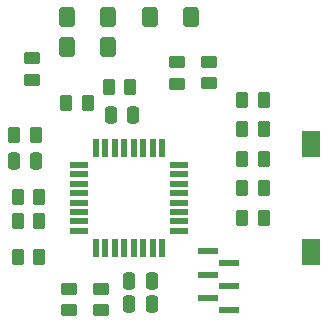
<source format=gbr>
%TF.GenerationSoftware,KiCad,Pcbnew,8.0.7*%
%TF.CreationDate,2025-01-14T01:45:44+02:00*%
%TF.ProjectId,LumiTimeV2,4c756d69-5469-46d6-9556-322e6b696361,rev?*%
%TF.SameCoordinates,Original*%
%TF.FileFunction,Soldermask,Bot*%
%TF.FilePolarity,Negative*%
%FSLAX46Y46*%
G04 Gerber Fmt 4.6, Leading zero omitted, Abs format (unit mm)*
G04 Created by KiCad (PCBNEW 8.0.7) date 2025-01-14 01:45:44*
%MOMM*%
%LPD*%
G01*
G04 APERTURE LIST*
G04 Aperture macros list*
%AMRoundRect*
0 Rectangle with rounded corners*
0 $1 Rounding radius*
0 $2 $3 $4 $5 $6 $7 $8 $9 X,Y pos of 4 corners*
0 Add a 4 corners polygon primitive as box body*
4,1,4,$2,$3,$4,$5,$6,$7,$8,$9,$2,$3,0*
0 Add four circle primitives for the rounded corners*
1,1,$1+$1,$2,$3*
1,1,$1+$1,$4,$5*
1,1,$1+$1,$6,$7*
1,1,$1+$1,$8,$9*
0 Add four rect primitives between the rounded corners*
20,1,$1+$1,$2,$3,$4,$5,0*
20,1,$1+$1,$4,$5,$6,$7,0*
20,1,$1+$1,$6,$7,$8,$9,0*
20,1,$1+$1,$8,$9,$2,$3,0*%
G04 Aperture macros list end*
%ADD10RoundRect,0.250000X0.250000X0.475000X-0.250000X0.475000X-0.250000X-0.475000X0.250000X-0.475000X0*%
%ADD11RoundRect,0.250000X0.262500X0.450000X-0.262500X0.450000X-0.262500X-0.450000X0.262500X-0.450000X0*%
%ADD12RoundRect,0.250000X0.450000X-0.262500X0.450000X0.262500X-0.450000X0.262500X-0.450000X-0.262500X0*%
%ADD13RoundRect,0.250000X-0.262500X-0.450000X0.262500X-0.450000X0.262500X0.450000X-0.262500X0.450000X0*%
%ADD14R,1.750000X0.600000*%
%ADD15RoundRect,0.250000X-0.450000X0.262500X-0.450000X-0.262500X0.450000X-0.262500X0.450000X0.262500X0*%
%ADD16R,0.550000X1.600000*%
%ADD17R,1.600000X0.550000*%
%ADD18RoundRect,0.250000X0.400000X0.600000X-0.400000X0.600000X-0.400000X-0.600000X0.400000X-0.600000X0*%
%ADD19RoundRect,0.250000X-0.400000X-0.600000X0.400000X-0.600000X0.400000X0.600000X-0.400000X0.600000X0*%
%ADD20R,1.600000X2.180000*%
G04 APERTURE END LIST*
D10*
%TO.C,C4*%
X142150000Y-96900000D03*
X140250000Y-96900000D03*
%TD*%
D11*
%TO.C,R10*%
X146512500Y-92000000D03*
X144687500Y-92000000D03*
%TD*%
%TO.C,R3*%
X161412500Y-94200000D03*
X159587500Y-94200000D03*
%TD*%
D10*
%TO.C,C2*%
X151950000Y-107000000D03*
X150050000Y-107000000D03*
%TD*%
D12*
%TO.C,R1*%
X156800000Y-90312500D03*
X156800000Y-88487500D03*
%TD*%
D13*
%TO.C,R13*%
X140287500Y-94700000D03*
X142112500Y-94700000D03*
%TD*%
D10*
%TO.C,C3*%
X150350000Y-93000000D03*
X148450000Y-93000000D03*
%TD*%
D14*
%TO.C,J1*%
X156700000Y-104500000D03*
X158450000Y-105500000D03*
X156700000Y-106500000D03*
X158450000Y-107500000D03*
X156700000Y-108500000D03*
X158450000Y-109500000D03*
%TD*%
D11*
%TO.C,R9*%
X142412500Y-105000000D03*
X140587500Y-105000000D03*
%TD*%
D15*
%TO.C,R8*%
X144900000Y-107687500D03*
X144900000Y-109512500D03*
%TD*%
D10*
%TO.C,C1*%
X151950000Y-109000000D03*
X150050000Y-109000000D03*
%TD*%
D15*
%TO.C,R11*%
X141800000Y-88187500D03*
X141800000Y-90012500D03*
%TD*%
D11*
%TO.C,R5*%
X161412500Y-99200000D03*
X159587500Y-99200000D03*
%TD*%
D16*
%TO.C,U1*%
X147200000Y-95750000D03*
X148000000Y-95750000D03*
X148800000Y-95750000D03*
X149600000Y-95750000D03*
X150400000Y-95750000D03*
X151200000Y-95750000D03*
X152000000Y-95750000D03*
X152800000Y-95750000D03*
D17*
X154250000Y-97200000D03*
X154250000Y-98000000D03*
X154250000Y-98800000D03*
X154250000Y-99600000D03*
X154250000Y-100400000D03*
X154250000Y-101200000D03*
X154250000Y-102000000D03*
X154250000Y-102800000D03*
D16*
X152800000Y-104250000D03*
X152000000Y-104250000D03*
X151200000Y-104250000D03*
X150400000Y-104250000D03*
X149600000Y-104250000D03*
X148800000Y-104250000D03*
X148000000Y-104250000D03*
X147200000Y-104250000D03*
D17*
X145750000Y-102800000D03*
X145750000Y-102000000D03*
X145750000Y-101200000D03*
X145750000Y-100400000D03*
X145750000Y-99600000D03*
X145750000Y-98800000D03*
X145750000Y-98000000D03*
X145750000Y-97200000D03*
%TD*%
D12*
%TO.C,R12*%
X154100000Y-90325000D03*
X154100000Y-88500000D03*
%TD*%
D18*
%TO.C,D13*%
X148250000Y-84700000D03*
X144750000Y-84700000D03*
%TD*%
D11*
%TO.C,R14*%
X142412500Y-99900000D03*
X140587500Y-99900000D03*
%TD*%
%TO.C,R4*%
X161412500Y-96700000D03*
X159587500Y-96700000D03*
%TD*%
D12*
%TO.C,R7*%
X147600000Y-109512500D03*
X147600000Y-107687500D03*
%TD*%
D11*
%TO.C,R16*%
X150112500Y-90600000D03*
X148287500Y-90600000D03*
%TD*%
%TO.C,R6*%
X161412500Y-101700000D03*
X159587500Y-101700000D03*
%TD*%
D19*
%TO.C,D15*%
X144750000Y-87200000D03*
X148250000Y-87200000D03*
%TD*%
D11*
%TO.C,R15*%
X142412500Y-102000000D03*
X140587500Y-102000000D03*
%TD*%
D20*
%TO.C,Button1*%
X165400000Y-95410000D03*
X165400000Y-104590000D03*
%TD*%
D18*
%TO.C,D14*%
X155250000Y-84700000D03*
X151750000Y-84700000D03*
%TD*%
D11*
%TO.C,R2*%
X161412500Y-91700000D03*
X159587500Y-91700000D03*
%TD*%
M02*

</source>
